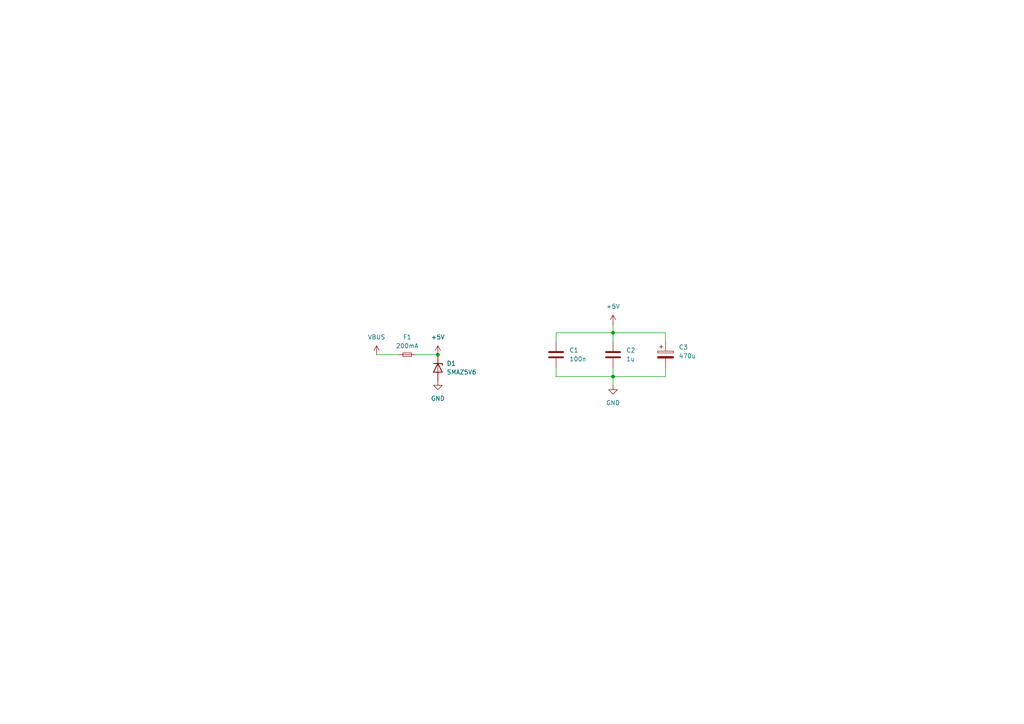
<source format=kicad_sch>
(kicad_sch (version 20231120) (generator "eeschema") (generator_version "8.0")
  (paper "A4")
  (lib_symbols
    (symbol "Device:C" (pin_numbers hide) (pin_names (offset 0.254))
      (property "Reference" "C" (at 0.635 2.54 0))
      (property "Value" "C" (at 0.635 -2.54 0))
      (symbol "C_0_1"
        (polyline (pts (xy -2.032 -0.762) (xy 2.032 -0.762)) (stroke (width 0.508)))
        (polyline (pts (xy -2.032 0.762) (xy 2.032 0.762)) (stroke (width 0.508)))
      )
      (symbol "C_1_1"
        (pin passive line (at 0 3.81 270) (length 2.794) (name "~") (number "1"))
        (pin passive line (at 0 -3.81 90) (length 2.794) (name "~") (number "2"))
      )
    )
    (symbol "Device:C_Polarized" (pin_numbers hide) (pin_names (offset 0.254))
      (property "Reference" "C" (at 0.635 2.54 0))
      (property "Value" "C_Polarized" (at 0.635 -2.54 0))
      (symbol "C_Polarized_0_1"
        (rectangle (start -2.286 0.508) (end 2.286 1.016))
        (polyline (pts (xy -1.778 2.286) (xy -0.762 2.286)))
        (polyline (pts (xy -1.27 2.794) (xy -1.27 1.778)))
        (rectangle (start 2.286 -0.508) (end -2.286 -1.016) (fill (type outline)))
      )
      (symbol "C_Polarized_1_1"
        (pin passive line (at 0 3.81 270) (length 2.794) (name "~") (number "1"))
        (pin passive line (at 0 -3.81 90) (length 2.794) (name "~") (number "2"))
      )
    )
    (symbol "Device:D_Zener" (pin_numbers hide) (pin_names (offset 1.016) hide)
      (property "Reference" "D" (at 0 2.54 0))
      (property "Value" "D_Zener" (at 0 -2.54 0))
      (symbol "D_Zener_0_1"
        (polyline (pts (xy 1.27 0) (xy -1.27 0)))
        (polyline (pts (xy -1.27 -1.27) (xy -1.27 1.27) (xy -0.762 1.27)) (stroke (width 0.254)))
        (polyline (pts (xy 1.27 -1.27) (xy 1.27 1.27) (xy -1.27 0) (xy 1.27 -1.27)) (stroke (width 0.254)))
      )
      (symbol "D_Zener_1_1"
        (pin passive line (at -3.81 0 0) (length 2.54) (name "K") (number "1"))
        (pin passive line (at 3.81 0 180) (length 2.54) (name "A") (number "2"))
      )
    )
    (symbol "Device:Fuse_Small" (pin_numbers hide) (pin_names (offset 0.254) hide)
      (property "Reference" "F" (at 0 -1.524 0))
      (property "Value" "Fuse_Small" (at 0 1.524 0))
      (symbol "Fuse_Small_0_1"
        (rectangle (start -1.27 0.508) (end 1.27 -0.508))
        (polyline (pts (xy -1.27 0) (xy 1.27 0)))
      )
      (symbol "Fuse_Small_1_1"
        (pin passive line (at -2.54 0 0) (length 1.27) (name "~") (number "1"))
        (pin passive line (at 2.54 0 180) (length 1.27) (name "~") (number "2"))
      )
    )
    (symbol "power:+5V" (power) (pin_numbers hide) (pin_names (offset 0) hide)
      (property "Value" "+5V" (at 0 3.556 0))
      (symbol "+5V_0_1"
        (polyline (pts (xy -0.762 1.27) (xy 0 2.54)))
        (polyline (pts (xy 0 0) (xy 0 2.54)))
        (polyline (pts (xy 0 2.54) (xy 0.762 1.27)))
      )
      (symbol "+5V_1_1"
        (pin power_in line (at 0 0 90) (length 0) (name "~") (number "1"))
      )
    )
    (symbol "power:GND" (power) (pin_numbers hide) (pin_names (offset 0) hide)
      (property "Value" "GND" (at 0 -3.81 0))
      (symbol "GND_0_1"
        (polyline (pts (xy 0 0) (xy 0 -1.27) (xy 1.27 -1.27) (xy 0 -2.54) (xy -1.27 -1.27) (xy 0 -1.27)))
      )
      (symbol "GND_1_1"
        (pin power_in line (at 0 0 270) (length 0) (name "~") (number "1"))
      )
    )
    (symbol "power:VBUS" (power) (pin_numbers hide) (pin_names (offset 0) hide)
      (property "Value" "VBUS" (at 0 3.556 0))
      (symbol "VBUS_0_1"
        (polyline (pts (xy -0.762 1.27) (xy 0 2.54)))
        (polyline (pts (xy 0 0) (xy 0 2.54)))
        (polyline (pts (xy 0 2.54) (xy 0.762 1.27)))
      )
      (symbol "VBUS_1_1"
        (pin power_in line (at 0 0 90) (length 0) (name "~") (number "1"))
      )
    )
  )
  (junction (at 127 102.87))
  (junction (at 177.8 96.52))
  (junction (at 177.8 109.22))
  (wire (pts (xy 177.8 111.76) (xy 177.8 109.22)))
  (wire (pts (xy 177.8 109.22) (xy 177.8 106.68)))
  (wire (pts (xy 127 102.87) (xy 120.65 102.87)))
  (wire (pts (xy 193.04 96.52) (xy 193.04 99.06)))
  (wire (pts (xy 193.04 109.22) (xy 193.04 106.68)))
  (wire (pts (xy 109.22 102.87) (xy 115.57 102.87)))
  (wire (pts (xy 177.8 96.52) (xy 193.04 96.52)))
  (wire (pts (xy 161.29 96.52) (xy 161.29 99.06)))
  (wire (pts (xy 177.8 109.22) (xy 193.04 109.22)))
  (wire (pts (xy 177.8 93.98) (xy 177.8 96.52)))
  (wire (pts (xy 177.8 96.52) (xy 161.29 96.52)))
  (wire (pts (xy 161.29 109.22) (xy 177.8 109.22)))
  (wire (pts (xy 161.29 109.22) (xy 161.29 106.68)))
  (wire (pts (xy 177.8 96.52) (xy 177.8 99.06)))
  (symbol (lib_id "power:GND") (at 177.8 111.76 0) (unit 1)
    (property "Reference" "#PWR04" (effects (hide yes)))
    (property "Value" "GND" (at 177.8 116.84 0))
    (property "Description" "Power symbol creates a global label with name \"GND\" , ground" (effects (hide yes)))
  )
  (symbol (lib_id "Device:C_Polarized") (at 193.04 102.87 0) (unit 1)
    (property "Reference" "C3" (at 196.85 100.7109 0) (effects (justify left)))
    (property "Value" "470u" (at 196.85 103.2509 0) (effects (justify left)))
    (property "Footprint" "Capacitor_SMD:CP_Elec_5x3.9" (effects (hide yes)))
    (property "Description" "Polarized capacitor" (effects (hide yes)))
  )
  (symbol (lib_id "Device:C") (at 161.29 102.87 0) (unit 1)
    (property "Reference" "C1" (at 165.1 101.5999 0) (effects (justify left)))
    (property "Value" "100n" (at 165.1 104.1399 0) (effects (justify left)))
    (property "Footprint" "Capacitor_SMD:C_0805_2012Metric_Pad1.18x1.45mm_HandSolder" (effects (hide yes)))
    (property "Description" "Unpolarized capacitor" (effects (hide yes)))
  )
  (symbol (lib_id "Device:C") (at 177.8 102.87 0) (unit 1)
    (property "Reference" "C2" (at 181.61 101.5999 0) (effects (justify left)))
    (property "Value" "1u" (at 181.61 104.1399 0) (effects (justify left)))
    (property "Footprint" "Capacitor_SMD:C_0805_2012Metric_Pad1.18x1.45mm_HandSolder" (effects (hide yes)))
    (property "Description" "Unpolarized capacitor" (effects (hide yes)))
  )
  (symbol (lib_id "Device:Fuse_Small") (at 118.11 102.87 0) (unit 1)
    (property "Reference" "F1" (at 118.11 97.79 0))
    (property "Value" "200mA" (at 118.11 100.33 0))
    (property "Footprint" "Fuse:Fuse_2920_7451Metric" (effects (hide yes)))
    (property "Description" "Fuse, small symbol" (effects (hide yes)))
  )
  (symbol (lib_id "Device:D_Zener") (at 127 106.68 270) (unit 1)
    (property "Reference" "D1" (at 129.54 105.4099 90) (effects (justify left)))
    (property "Value" "SMAZ5V6" (at 129.54 107.9499 90) (effects (justify left)))
    (property "Footprint" "Diode_SMD:D_SMA-SMB_Universal_Handsoldering" (effects (hide yes)))
    (property "Description" "Zener diode" (effects (hide yes)))
  )
  (symbol (lib_id "power:VBUS") (at 109.22 102.87 0) (unit 1)
    (property "Reference" "#PWR01" (effects (hide yes)))
    (property "Value" "VBUS" (at 109.22 97.79 0))
    (property "Description" "Power symbol creates a global label with name \"VBUS\"" (effects (hide yes)))
  )
  (symbol (lib_id "power:+5V") (at 177.8 93.98 0) (unit 1)
    (property "Reference" "#PWR03" (effects (hide yes)))
    (property "Value" "+5V" (at 177.8 88.9 0))
    (property "Description" "Power symbol creates a global label with name \"+5V\"" (effects (hide yes)))
  )
  (symbol (lib_id "power:+5V") (at 127 102.87 0) (unit 1)
    (property "Reference" "#PWR02" (effects (hide yes)))
    (property "Value" "+5V" (at 127 97.79 0))
    (property "Description" "Power symbol creates a global label with name \"+5V\"" (effects (hide yes)))
  )
  (symbol (lib_id "power:GND") (at 127 110.49 0) (unit 1)
    (property "Reference" "#PWR05" (effects (hide yes)))
    (property "Value" "GND" (at 127 115.57 0))
    (property "Description" "Power symbol creates a global label with name \"GND\" , ground" (effects (hide yes)))
  )
)
</source>
